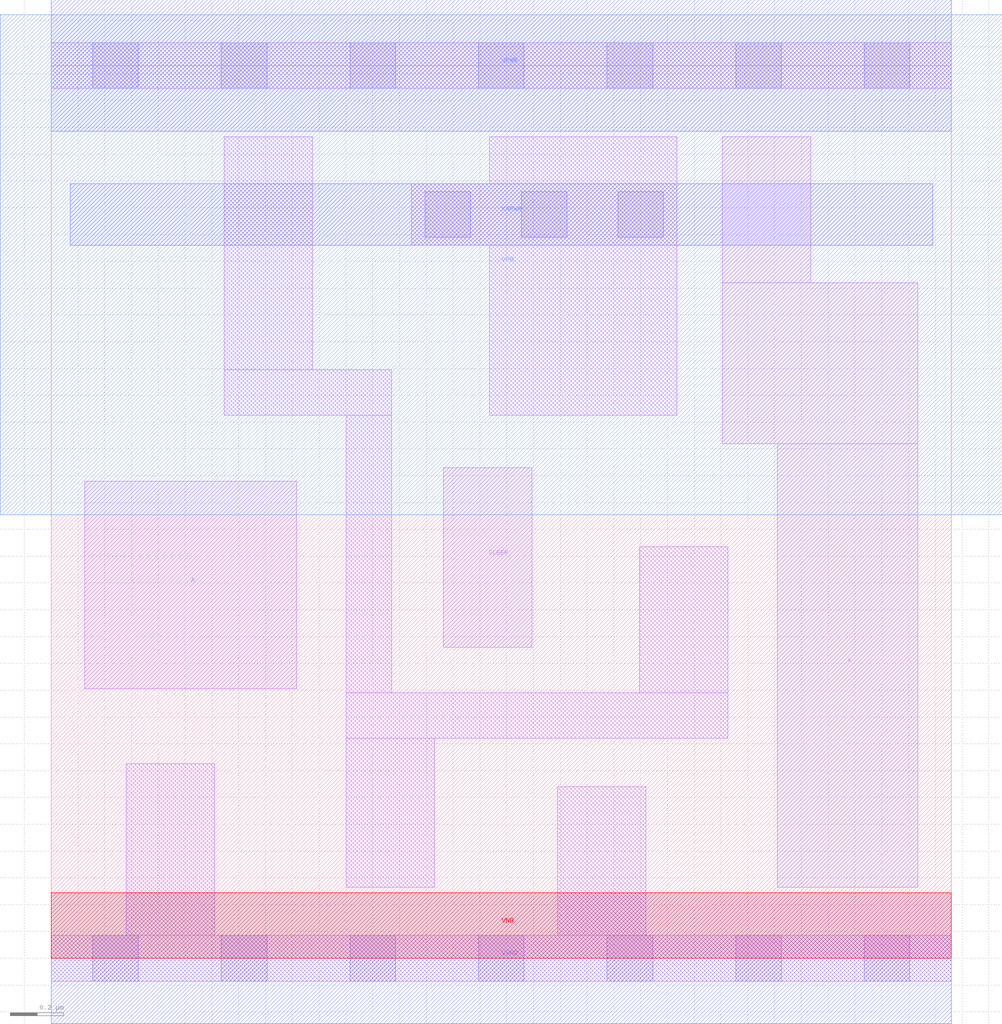
<source format=lef>
# Copyright 2020 The SkyWater PDK Authors
#
# Licensed under the Apache License, Version 2.0 (the "License");
# you may not use this file except in compliance with the License.
# You may obtain a copy of the License at
#
#     https://www.apache.org/licenses/LICENSE-2.0
#
# Unless required by applicable law or agreed to in writing, software
# distributed under the License is distributed on an "AS IS" BASIS,
# WITHOUT WARRANTIES OR CONDITIONS OF ANY KIND, either express or implied.
# See the License for the specific language governing permissions and
# limitations under the License.
#
# SPDX-License-Identifier: Apache-2.0

VERSION 5.7 ;
  NOWIREEXTENSIONATPIN ON ;
  DIVIDERCHAR "/" ;
  BUSBITCHARS "[]" ;
MACRO sky130_fd_sc_lp__iso1p_lp2
  CLASS CORE ;
  FOREIGN sky130_fd_sc_lp__iso1p_lp2 ;
  ORIGIN  0.000000  0.000000 ;
  SIZE  3.360000 BY  3.330000 ;
  SYMMETRY X Y R90 ;
  SITE unit ;
  PIN A
    ANTENNAGATEAREA  0.376000 ;
    DIRECTION INPUT ;
    USE SIGNAL ;
    PORT
      LAYER li1 ;
        RECT 0.125000 1.005000 0.915000 1.780000 ;
    END
  END A
  PIN SLEEP
    ANTENNAGATEAREA  0.376000 ;
    DIRECTION INPUT ;
    USE SIGNAL ;
    PORT
      LAYER li1 ;
        RECT 1.465000 1.160000 1.795000 1.830000 ;
    END
  END SLEEP
  PIN X
    ANTENNADIFFAREA  0.404700 ;
    DIRECTION OUTPUT ;
    USE SIGNAL ;
    PORT
      LAYER li1 ;
        RECT 2.505000 1.920000 3.235000 2.520000 ;
        RECT 2.505000 2.520000 2.835000 3.065000 ;
        RECT 2.710000 0.265000 3.235000 1.920000 ;
    END
  END X
  PIN KAPWR
    DIRECTION INOUT ;
    USE POWER ;
    PORT
      LAYER met1 ;
        RECT 0.070000 2.660000 3.290000 2.890000 ;
    END
  END KAPWR
  PIN VGND
    DIRECTION INOUT ;
    USE GROUND ;
    PORT
      LAYER met1 ;
        RECT 0.000000 -0.245000 3.360000 0.245000 ;
    END
  END VGND
  PIN VNB
    DIRECTION INOUT ;
    USE GROUND ;
    PORT
      LAYER pwell ;
        RECT 0.000000 0.000000 3.360000 0.245000 ;
    END
  END VNB
  PIN VPB
    DIRECTION INOUT ;
    USE POWER ;
    PORT
      LAYER nwell ;
        RECT -0.190000 1.655000 3.550000 3.520000 ;
    END
  END VPB
  PIN VPWR
    DIRECTION INOUT ;
    USE POWER ;
    PORT
      LAYER met1 ;
        RECT 0.000000 3.085000 3.360000 3.575000 ;
    END
  END VPWR
  OBS
    LAYER li1 ;
      RECT 0.000000 -0.085000 3.360000 0.085000 ;
      RECT 0.000000  3.245000 3.360000 3.415000 ;
      RECT 0.280000  0.085000 0.610000 0.725000 ;
      RECT 0.645000  2.025000 1.270000 2.195000 ;
      RECT 0.645000  2.195000 0.975000 3.065000 ;
      RECT 1.100000  0.265000 1.430000 0.820000 ;
      RECT 1.100000  0.820000 2.525000 0.990000 ;
      RECT 1.100000  0.990000 1.270000 2.025000 ;
      RECT 1.345000  2.660000 2.335000 2.890000 ;
      RECT 1.635000  2.025000 2.335000 2.660000 ;
      RECT 1.635000  2.890000 2.335000 3.065000 ;
      RECT 1.890000  0.085000 2.220000 0.640000 ;
      RECT 2.195000  0.990000 2.525000 1.535000 ;
    LAYER mcon ;
      RECT 0.155000 -0.085000 0.325000 0.085000 ;
      RECT 0.155000  3.245000 0.325000 3.415000 ;
      RECT 0.635000 -0.085000 0.805000 0.085000 ;
      RECT 0.635000  3.245000 0.805000 3.415000 ;
      RECT 1.115000 -0.085000 1.285000 0.085000 ;
      RECT 1.115000  3.245000 1.285000 3.415000 ;
      RECT 1.395000  2.690000 1.565000 2.860000 ;
      RECT 1.595000 -0.085000 1.765000 0.085000 ;
      RECT 1.595000  3.245000 1.765000 3.415000 ;
      RECT 1.755000  2.690000 1.925000 2.860000 ;
      RECT 2.075000 -0.085000 2.245000 0.085000 ;
      RECT 2.075000  3.245000 2.245000 3.415000 ;
      RECT 2.115000  2.690000 2.285000 2.860000 ;
      RECT 2.555000 -0.085000 2.725000 0.085000 ;
      RECT 2.555000  3.245000 2.725000 3.415000 ;
      RECT 3.035000 -0.085000 3.205000 0.085000 ;
      RECT 3.035000  3.245000 3.205000 3.415000 ;
  END
END sky130_fd_sc_lp__iso1p_lp2
END LIBRARY

</source>
